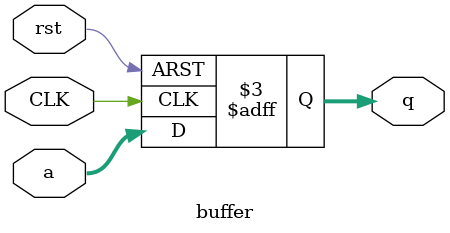
<source format=v>
module buffer(
    input wire CLK,
    input wire rst,
    input wire [15:0] a,
    output reg [15:0] q
);

always @(posedge CLK or posedge rst) 
if(rst==1'b1) q<=16'h0000; else q<=a;
endmodule
</source>
